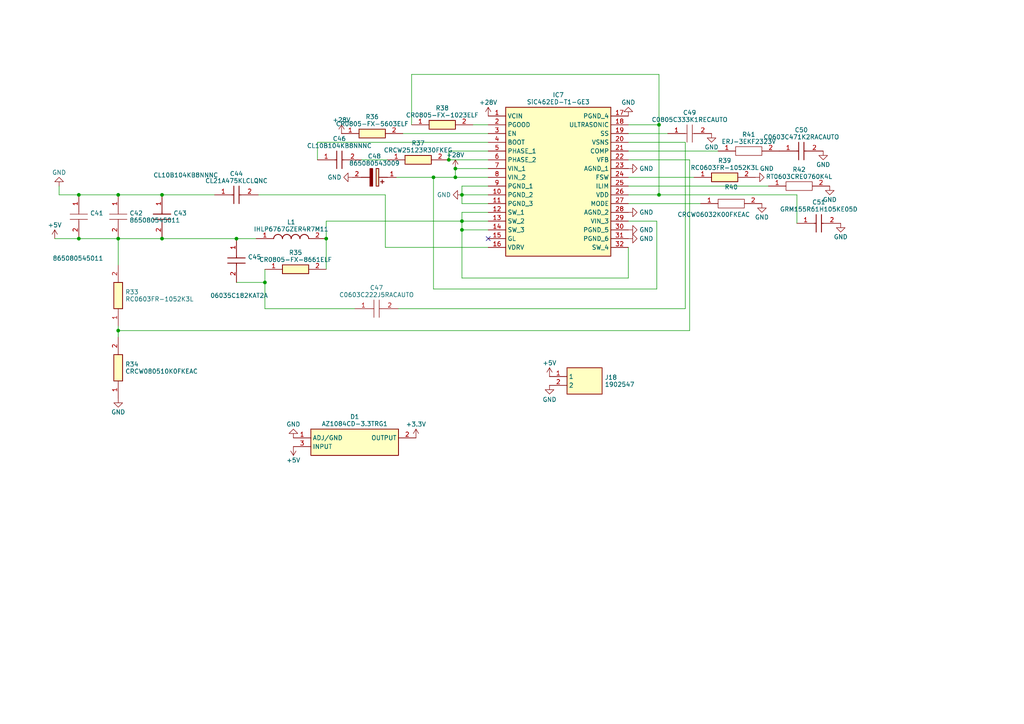
<source format=kicad_sch>
(kicad_sch (version 20230121) (generator eeschema)
  (paper "A4")
  (lib_symbols
    (symbol "06035C182KAT2A:06035C182KAT2A" (pin_names hide)
      (property "Reference" "C" (at 8.89 6.35 0))
      (property "Value" "06035C182KAT2A" (at 8.89 3.81 0))
      (symbol "06035C182KAT2A_1_1"
        (polyline (pts (xy 5.08 0) (xy 5.588 0)) (stroke (width 0.254)))
        (polyline (pts (xy 5.588 2.54) (xy 5.588 -2.54)) (stroke (width 0.254)))
        (polyline (pts (xy 7.112 0) (xy 7.62 0)) (stroke (width 0.254)))
        (polyline (pts (xy 7.112 2.54) (xy 7.112 -2.54)) (stroke (width 0.254)))
        (pin passive line (at 0 0 0) (length 5.08) (name "1") (number "1"))
        (pin passive line (at 12.7 0 180) (length 5.08) (name "2") (number "2"))
      )
    )
    (symbol "1902547:1902547"
      (property "Reference" "J" (at 16.51 7.62 0))
      (property "Value" "1902547" (at 16.51 5.08 0))
      (symbol "1902547_1_1"
        (rectangle (start 5.08 2.54) (end 15.24 -5.08) (stroke (width 0.254)) (fill (type background)))
        (pin passive line (at 0 0 0) (length 5.08) (name "1") (number "1"))
        (pin passive line (at 0 -2.54 0) (length 5.08) (name "2") (number "2"))
      )
    )
    (symbol "865080543009:865080543009" (pin_names hide)
      (property "Reference" "C" (at 8.89 6.35 0))
      (property "Value" "865080543009" (at 8.89 3.81 0))
      (symbol "865080543009_1_1"
        (polyline (pts (xy 2.54 0) (xy 5.08 0)) (stroke (width 0.254)))
        (polyline (pts (xy 4.064 1.778) (xy 4.064 0.762)) (stroke (width 0.254)))
        (polyline (pts (xy 4.572 1.27) (xy 3.556 1.27)) (stroke (width 0.254)))
        (polyline (pts (xy 7.62 0) (xy 10.16 0)) (stroke (width 0.254)))
        (polyline (pts (xy 7.62 2.54) (xy 7.62 -2.54) (xy 6.858 -2.54) (xy 6.858 2.54) (xy 7.62 2.54)) (stroke (width 0.254)) (fill (type outline)))
        (rectangle (start 5.08 2.54) (end 5.842 -2.54) (stroke (width 0.254)) (fill (type background)))
        (pin passive line (at 0 0 0) (length 2.54) (name "+") (number "1"))
        (pin passive line (at 12.7 0 180) (length 2.54) (name "-") (number "2"))
      )
    )
    (symbol "865080545011:865080545011" (pin_names (offset 0.762))
      (property "Reference" "C" (at 8.89 6.35 0))
      (property "Value" "865080545011" (at 8.89 3.81 0))
      (symbol "865080545011_0_0"
        (pin passive line (at 0 0 0) (length 5.08) (name "~") (number "1"))
        (pin passive line (at 12.7 0 180) (length 5.08) (name "~") (number "2"))
      )
      (symbol "865080545011_0_1"
        (polyline (pts (xy 5.08 0) (xy 5.588 0)) (stroke (width 0.1524)))
        (polyline (pts (xy 5.588 2.54) (xy 5.588 -2.54)) (stroke (width 0.1524)))
        (polyline (pts (xy 7.112 0) (xy 7.62 0)) (stroke (width 0.1524)))
        (polyline (pts (xy 7.112 2.54) (xy 7.112 -2.54)) (stroke (width 0.1524)))
      )
    )
    (symbol "AZ1084CD-3_3TRG1:AZ1084CD-3.3TRG1"
      (property "Reference" "D" (at 31.75 7.62 0))
      (property "Value" "AZ1084CD-3.3TRG1" (at 31.75 5.08 0))
      (symbol "AZ1084CD-3.3TRG1_1_1"
        (rectangle (start 5.08 2.54) (end 30.48 -5.08) (stroke (width 0.254)) (fill (type background)))
        (pin passive line (at 0 0 0) (length 5.08) (name "ADJ/GND") (number "1"))
        (pin passive line (at 35.56 0 180) (length 5.08) (name "OUTPUT") (number "2"))
        (pin passive line (at 0 -2.54 0) (length 5.08) (name "INPUT") (number "3"))
      )
    )
    (symbol "C0603C222J5RACAUTO:C0603C222J5RACAUTO" (pin_names (offset 0.762))
      (property "Reference" "C" (at 8.89 6.35 0))
      (property "Value" "C0603C222J5RACAUTO" (at 8.89 3.81 0))
      (symbol "C0603C222J5RACAUTO_0_0"
        (pin passive line (at 0 0 0) (length 5.08) (name "~") (number "1"))
        (pin passive line (at 12.7 0 180) (length 5.08) (name "~") (number "2"))
      )
      (symbol "C0603C222J5RACAUTO_0_1"
        (polyline (pts (xy 5.08 0) (xy 5.588 0)) (stroke (width 0.1524)))
        (polyline (pts (xy 5.588 2.54) (xy 5.588 -2.54)) (stroke (width 0.1524)))
        (polyline (pts (xy 7.112 0) (xy 7.62 0)) (stroke (width 0.1524)))
        (polyline (pts (xy 7.112 2.54) (xy 7.112 -2.54)) (stroke (width 0.1524)))
      )
    )
    (symbol "C0603C471K2RACAUTO:C0603C471K2RACAUTO" (pin_names hide)
      (property "Reference" "C" (at 8.89 6.35 0))
      (property "Value" "C0603C471K2RACAUTO" (at 8.89 3.81 0))
      (symbol "C0603C471K2RACAUTO_1_1"
        (polyline (pts (xy 5.08 0) (xy 5.588 0)) (stroke (width 0.254)))
        (polyline (pts (xy 5.588 2.54) (xy 5.588 -2.54)) (stroke (width 0.254)))
        (polyline (pts (xy 7.112 0) (xy 7.62 0)) (stroke (width 0.254)))
        (polyline (pts (xy 7.112 2.54) (xy 7.112 -2.54)) (stroke (width 0.254)))
        (pin passive line (at 0 0 0) (length 5.08) (name "1") (number "1"))
        (pin passive line (at 12.7 0 180) (length 5.08) (name "2") (number "2"))
      )
    )
    (symbol "C0805C333K1RECAUTO:C0805C333K1RECAUTO" (pin_names (offset 0.762))
      (property "Reference" "C" (at 8.89 6.35 0))
      (property "Value" "C0805C333K1RECAUTO" (at 8.89 3.81 0))
      (symbol "C0805C333K1RECAUTO_0_0"
        (pin passive line (at 0 0 0) (length 5.08) (name "~") (number "1"))
        (pin passive line (at 12.7 0 180) (length 5.08) (name "~") (number "2"))
      )
      (symbol "C0805C333K1RECAUTO_0_1"
        (polyline (pts (xy 5.08 0) (xy 5.588 0)) (stroke (width 0.1524)))
        (polyline (pts (xy 5.588 2.54) (xy 5.588 -2.54)) (stroke (width 0.1524)))
        (polyline (pts (xy 7.112 0) (xy 7.62 0)) (stroke (width 0.1524)))
        (polyline (pts (xy 7.112 2.54) (xy 7.112 -2.54)) (stroke (width 0.1524)))
      )
    )
    (symbol "CL10B104KB8NNNC:CL10B104KB8NNNC" (pin_names hide)
      (property "Reference" "C" (at 8.89 6.35 0))
      (property "Value" "CL10B104KB8NNNC" (at 8.89 3.81 0))
      (symbol "CL10B104KB8NNNC_1_1"
        (polyline (pts (xy 5.08 0) (xy 5.588 0)) (stroke (width 0.254)))
        (polyline (pts (xy 5.588 2.54) (xy 5.588 -2.54)) (stroke (width 0.254)))
        (polyline (pts (xy 7.112 0) (xy 7.62 0)) (stroke (width 0.254)))
        (polyline (pts (xy 7.112 2.54) (xy 7.112 -2.54)) (stroke (width 0.254)))
        (pin passive line (at 0 0 0) (length 5.08) (name "1") (number "1"))
        (pin passive line (at 12.7 0 180) (length 5.08) (name "2") (number "2"))
      )
    )
    (symbol "CL21A475KLCLQNC:CL21A475KLCLQNC" (pin_names hide)
      (property "Reference" "C" (at 8.89 6.35 0))
      (property "Value" "CL21A475KLCLQNC" (at 8.89 3.81 0))
      (symbol "CL21A475KLCLQNC_1_1"
        (polyline (pts (xy 5.08 0) (xy 5.588 0)) (stroke (width 0.254)))
        (polyline (pts (xy 5.588 2.54) (xy 5.588 -2.54)) (stroke (width 0.254)))
        (polyline (pts (xy 7.112 0) (xy 7.62 0)) (stroke (width 0.254)))
        (polyline (pts (xy 7.112 2.54) (xy 7.112 -2.54)) (stroke (width 0.254)))
        (pin passive line (at 0 0 0) (length 5.08) (name "1") (number "1"))
        (pin passive line (at 12.7 0 180) (length 5.08) (name "2") (number "2"))
      )
    )
    (symbol "CR0805-FX-1023ELF:CR0805-FX-1023ELF" (pin_names hide)
      (property "Reference" "R" (at 13.97 6.35 0))
      (property "Value" "CR0805-FX-1023ELF" (at 13.97 3.81 0))
      (symbol "CR0805-FX-1023ELF_1_1"
        (rectangle (start 5.08 1.27) (end 12.7 -1.27) (stroke (width 0.254)) (fill (type background)))
        (pin passive line (at 0 0 0) (length 5.08) (name "1") (number "1"))
        (pin passive line (at 17.78 0 180) (length 5.08) (name "2") (number "2"))
      )
    )
    (symbol "CR0805-FX-5603ELF:CR0805-FX-5603ELF" (pin_names hide)
      (property "Reference" "R" (at 13.97 6.35 0))
      (property "Value" "CR0805-FX-5603ELF" (at 13.97 3.81 0))
      (symbol "CR0805-FX-5603ELF_1_1"
        (rectangle (start 5.08 1.27) (end 12.7 -1.27) (stroke (width 0.254)) (fill (type background)))
        (pin passive line (at 0 0 0) (length 5.08) (name "1") (number "1"))
        (pin passive line (at 17.78 0 180) (length 5.08) (name "2") (number "2"))
      )
    )
    (symbol "CR0805-FX-8661ELF:CR0805-FX-8661ELF" (pin_names hide)
      (property "Reference" "R" (at 13.97 6.35 0))
      (property "Value" "CR0805-FX-8661ELF" (at 13.97 3.81 0))
      (symbol "CR0805-FX-8661ELF_1_1"
        (rectangle (start 5.08 1.27) (end 12.7 -1.27) (stroke (width 0.254)) (fill (type background)))
        (pin passive line (at 0 0 0) (length 5.08) (name "1") (number "1"))
        (pin passive line (at 17.78 0 180) (length 5.08) (name "2") (number "2"))
      )
    )
    (symbol "CRCW06032K00FKEAC:CRCW06032K00FKEAC" (pin_names (offset 0.762))
      (property "Reference" "R" (at 13.97 6.35 0))
      (property "Value" "CRCW06032K00FKEAC" (at 13.97 3.81 0))
      (symbol "CRCW06032K00FKEAC_0_0"
        (pin passive line (at 0 0 0) (length 5.08) (name "~") (number "1"))
        (pin passive line (at 17.78 0 180) (length 5.08) (name "~") (number "2"))
      )
      (symbol "CRCW06032K00FKEAC_0_1"
        (polyline (pts (xy 5.08 1.27) (xy 12.7 1.27) (xy 12.7 -1.27) (xy 5.08 -1.27) (xy 5.08 1.27)) (stroke (width 0.1524)))
      )
    )
    (symbol "CRCW080510K0FKEAC:CRCW080510K0FKEAC" (pin_names hide)
      (property "Reference" "R" (at 13.97 6.35 0))
      (property "Value" "CRCW080510K0FKEAC" (at 13.97 3.81 0))
      (symbol "CRCW080510K0FKEAC_1_1"
        (rectangle (start 5.08 1.27) (end 12.7 -1.27) (stroke (width 0.254)) (fill (type background)))
        (pin passive line (at 0 0 0) (length 5.08) (name "1") (number "1"))
        (pin passive line (at 17.78 0 180) (length 5.08) (name "2") (number "2"))
      )
    )
    (symbol "CRCW25123R30FKEG:CRCW25123R30FKEG" (pin_names hide)
      (property "Reference" "R" (at 13.97 6.35 0))
      (property "Value" "CRCW25123R30FKEG" (at 13.97 3.81 0))
      (symbol "CRCW25123R30FKEG_1_1"
        (rectangle (start 5.08 1.27) (end 12.7 -1.27) (stroke (width 0.254)) (fill (type background)))
        (pin passive line (at 0 0 0) (length 5.08) (name "1") (number "1"))
        (pin passive line (at 17.78 0 180) (length 5.08) (name "2") (number "2"))
      )
    )
    (symbol "ERJ-3EKF2323V:ERJ-3EKF2323V" (pin_names (offset 0.762))
      (property "Reference" "R" (at 13.97 6.35 0))
      (property "Value" "ERJ-3EKF2323V" (at 13.97 3.81 0))
      (symbol "ERJ-3EKF2323V_0_0"
        (pin passive line (at 0 0 0) (length 5.08) (name "~") (number "1"))
        (pin passive line (at 17.78 0 180) (length 5.08) (name "~") (number "2"))
      )
      (symbol "ERJ-3EKF2323V_0_1"
        (polyline (pts (xy 5.08 1.27) (xy 12.7 1.27) (xy 12.7 -1.27) (xy 5.08 -1.27) (xy 5.08 1.27)) (stroke (width 0.1524)))
      )
    )
    (symbol "GRM155R61H105KE05D:GRM155R61H105KE05D" (pin_names hide)
      (property "Reference" "C" (at 8.89 6.35 0))
      (property "Value" "GRM155R61H105KE05D" (at 8.89 3.81 0))
      (symbol "GRM155R61H105KE05D_1_1"
        (polyline (pts (xy 5.08 0) (xy 5.588 0)) (stroke (width 0.254)))
        (polyline (pts (xy 5.588 2.54) (xy 5.588 -2.54)) (stroke (width 0.254)))
        (polyline (pts (xy 7.112 0) (xy 7.62 0)) (stroke (width 0.254)))
        (polyline (pts (xy 7.112 2.54) (xy 7.112 -2.54)) (stroke (width 0.254)))
        (pin passive line (at 0 0 0) (length 5.08) (name "1") (number "1"))
        (pin passive line (at 12.7 0 180) (length 5.08) (name "2") (number "2"))
      )
    )
    (symbol "IHLP6767GZER4R7M11:IHLP6767GZER4R7M11" (pin_names hide)
      (property "Reference" "L" (at 16.51 6.35 0))
      (property "Value" "IHLP6767GZER4R7M11" (at 16.51 3.81 0))
      (symbol "IHLP6767GZER4R7M11_1_1"
        (arc (start 7.62 0) (mid 6.35 1.219) (end 5.08 0) (stroke (width 0.254)))
        (arc (start 10.16 0) (mid 8.89 1.219) (end 7.62 0) (stroke (width 0.254)))
        (arc (start 12.7 0) (mid 11.43 1.219) (end 10.16 0) (stroke (width 0.254)))
        (arc (start 15.24 0) (mid 13.97 1.219) (end 12.7 0) (stroke (width 0.254)))
        (pin passive line (at 0 0 0) (length 5.08) (name "1") (number "1"))
        (pin passive line (at 20.32 0 180) (length 5.08) (name "2") (number "2"))
      )
    )
    (symbol "RC0603FR-1052K3L:RC0603FR-1052K3L" (pin_names hide)
      (property "Reference" "R" (at 13.97 6.35 0))
      (property "Value" "RC0603FR-1052K3L" (at 13.97 3.81 0))
      (symbol "RC0603FR-1052K3L_1_1"
        (rectangle (start 5.08 1.27) (end 12.7 -1.27) (stroke (width 0.254)) (fill (type background)))
        (pin passive line (at 0 0 0) (length 5.08) (name "1") (number "1"))
        (pin passive line (at 17.78 0 180) (length 5.08) (name "2") (number "2"))
      )
    )
    (symbol "RT0603CRE0760K4L:RT0603CRE0760K4L" (pin_names (offset 0.762))
      (property "Reference" "R" (at 13.97 6.35 0))
      (property "Value" "RT0603CRE0760K4L" (at 13.97 3.81 0))
      (symbol "RT0603CRE0760K4L_0_0"
        (pin passive line (at 0 0 0) (length 5.08) (name "~") (number "1"))
        (pin passive line (at 17.78 0 180) (length 5.08) (name "~") (number "2"))
      )
      (symbol "RT0603CRE0760K4L_0_1"
        (polyline (pts (xy 5.08 1.27) (xy 12.7 1.27) (xy 12.7 -1.27) (xy 5.08 -1.27) (xy 5.08 1.27)) (stroke (width 0.1524)))
      )
    )
    (symbol "SiC462ED-T1-GE3:SiC462ED-T1-GE3"
      (property "Reference" "IC" (at 36.83 7.62 0))
      (property "Value" "SiC462ED-T1-GE3" (at 36.83 5.08 0))
      (symbol "SiC462ED-T1-GE3_1_1"
        (rectangle (start 5.08 2.54) (end 35.56 -40.64) (stroke (width 0.254)) (fill (type background)))
        (pin passive line (at 0 0 0) (length 5.08) (name "VCIN") (number "1"))
        (pin passive line (at 0 -22.86 0) (length 5.08) (name "PGND_2") (number "10"))
        (pin passive line (at 0 -25.4 0) (length 5.08) (name "PGND_3") (number "11"))
        (pin passive line (at 0 -27.94 0) (length 5.08) (name "SW_1") (number "12"))
        (pin passive line (at 0 -30.48 0) (length 5.08) (name "SW_2") (number "13"))
        (pin passive line (at 0 -33.02 0) (length 5.08) (name "SW_3") (number "14"))
        (pin passive line (at 0 -35.56 0) (length 5.08) (name "GL") (number "15"))
        (pin passive line (at 0 -38.1 0) (length 5.08) (name "VDRV") (number "16"))
        (pin passive line (at 40.64 0 180) (length 5.08) (name "PGND_4") (number "17"))
        (pin passive line (at 40.64 -2.54 180) (length 5.08) (name "ULTRASONIC") (number "18"))
        (pin passive line (at 40.64 -5.08 180) (length 5.08) (name "SS") (number "19"))
        (pin passive line (at 0 -2.54 0) (length 5.08) (name "PGOOD") (number "2"))
        (pin passive line (at 40.64 -7.62 180) (length 5.08) (name "VSNS") (number "20"))
        (pin passive line (at 40.64 -10.16 180) (length 5.08) (name "COMP") (number "21"))
        (pin passive line (at 40.64 -12.7 180) (length 5.08) (name "VFB") (number "22"))
        (pin passive line (at 40.64 -15.24 180) (length 5.08) (name "AGND_1") (number "23"))
        (pin passive line (at 40.64 -17.78 180) (length 5.08) (name "FSW") (number "24"))
        (pin passive line (at 40.64 -20.32 180) (length 5.08) (name "ILIM") (number "25"))
        (pin passive line (at 40.64 -22.86 180) (length 5.08) (name "VDD") (number "26"))
        (pin passive line (at 40.64 -25.4 180) (length 5.08) (name "MODE") (number "27"))
        (pin passive line (at 40.64 -27.94 180) (length 5.08) (name "AGND_2") (number "28"))
        (pin passive line (at 40.64 -30.48 180) (length 5.08) (name "VIN_3") (number "29"))
        (pin passive line (at 0 -5.08 0) (length 5.08) (name "EN") (number "3"))
        (pin passive line (at 40.64 -33.02 180) (length 5.08) (name "PGND_5") (number "30"))
        (pin passive line (at 40.64 -35.56 180) (length 5.08) (name "PGND_6") (number "31"))
        (pin passive line (at 40.64 -38.1 180) (length 5.08) (name "SW_4") (number "32"))
        (pin passive line (at 0 -7.62 0) (length 5.08) (name "BOOT") (number "4"))
        (pin passive line (at 0 -10.16 0) (length 5.08) (name "PHASE_1") (number "5"))
        (pin passive line (at 0 -12.7 0) (length 5.08) (name "PHASE_2") (number "6"))
        (pin passive line (at 0 -15.24 0) (length 5.08) (name "VIN_1") (number "7"))
        (pin passive line (at 0 -17.78 0) (length 5.08) (name "VIN_2") (number "8"))
        (pin passive line (at 0 -20.32 0) (length 5.08) (name "PGND_1") (number "9"))
      )
    )
    (symbol "power:+28V" (power) (pin_names (offset 0))
      (property "Value" "+28V" (at 0 3.81 0))
      (symbol "+28V_0_1"
        (polyline (pts (xy -0.762 1.27) (xy 0 2.54)))
        (polyline (pts (xy 0 0) (xy 0 2.54)))
        (polyline (pts (xy 0 2.54) (xy 0.762 1.27)))
      )
      (symbol "+28V_1_1"
        (pin power_in line (at 0 0 90) (length 0) hide (name "+28V") (number "1"))
      )
    )
    (symbol "power:+3.3V" (power) (pin_names (offset 0))
      (property "Value" "+3.3V" (at 0 3.556 0))
      (symbol "+3.3V_0_1"
        (polyline (pts (xy -0.762 1.27) (xy 0 2.54)))
        (polyline (pts (xy 0 0) (xy 0 2.54)))
        (polyline (pts (xy 0 2.54) (xy 0.762 1.27)))
      )
      (symbol "+3.3V_1_1"
        (pin power_in line (at 0 0 90) (length 0) hide (name "+3.3V") (number "1"))
      )
    )
    (symbol "power:+5V" (power) (pin_names (offset 0))
      (property "Value" "+5V" (at 0 3.556 0))
      (symbol "+5V_0_1"
        (polyline (pts (xy -0.762 1.27) (xy 0 2.54)))
        (polyline (pts (xy 0 0) (xy 0 2.54)))
        (polyline (pts (xy 0 2.54) (xy 0.762 1.27)))
      )
      (symbol "+5V_1_1"
        (pin power_in line (at 0 0 90) (length 0) hide (name "+5V") (number "1"))
      )
    )
    (symbol "power:GND" (power) (pin_names (offset 0))
      (property "Value" "GND" (at 0 -3.81 0))
      (symbol "GND_0_1"
        (polyline (pts (xy 0 0) (xy 0 -1.27) (xy 1.27 -1.27) (xy 0 -2.54) (xy -1.27 -1.27) (xy 0 -1.27)))
      )
      (symbol "GND_1_1"
        (pin power_in line (at 0 0 270) (length 0) hide (name "GND") (number "1"))
      )
    )
  )
  (junction (at 68.58 69.215))
  (junction (at 125.73 51.435))
  (junction (at 46.99 69.215))
  (junction (at 34.29 56.515))
  (junction (at 46.99 56.515))
  (junction (at 133.985 66.675))
  (junction (at 94.615 69.215))
  (junction (at 132.08 51.435))
  (junction (at 130.175 46.355))
  (junction (at 76.835 81.915))
  (junction (at 22.86 56.515))
  (junction (at 34.29 69.215))
  (junction (at 133.985 56.515))
  (junction (at 34.29 95.885))
  (junction (at 133.985 64.135))
  (junction (at 191.135 36.195))
  (junction (at 22.86 69.215))
  (junction (at 191.135 56.515))
  (junction (at 132.08 48.895))
  (no_connect (at 141.605 69.215))
  (wire (pts (xy 114.935 51.435) (xy 125.73 51.435)))
  (wire (pts (xy 141.605 71.755) (xy 111.76 71.755)))
  (wire (pts (xy 231.14 56.515) (xy 231.14 64.77)))
  (wire (pts (xy 191.135 56.515) (xy 182.245 56.515)))
  (wire (pts (xy 133.985 56.515) (xy 141.605 56.515)))
  (wire (pts (xy 92.075 46.355) (xy 92.075 41.275)))
  (wire (pts (xy 198.755 89.535) (xy 198.755 41.275)))
  (wire (pts (xy 46.99 56.515) (xy 62.23 56.515)))
  (wire (pts (xy 190.5 83.82) (xy 125.73 83.82)))
  (wire (pts (xy 102.87 89.535) (xy 76.835 89.535)))
  (wire (pts (xy 182.245 53.975) (xy 222.885 53.975)))
  (wire (pts (xy 94.615 69.215) (xy 94.615 78.105)))
  (wire (pts (xy 46.99 69.215) (xy 68.58 69.215)))
  (wire (pts (xy 130.175 46.355) (xy 141.605 46.355)))
  (wire (pts (xy 34.29 95.885) (xy 200.025 95.885)))
  (wire (pts (xy 104.775 46.355) (xy 112.395 46.355)))
  (wire (pts (xy 94.615 64.135) (xy 94.615 69.215)))
  (wire (pts (xy 22.86 69.215) (xy 34.29 69.215)))
  (wire (pts (xy 34.29 69.215) (xy 46.99 69.215)))
  (wire (pts (xy 191.135 21.59) (xy 191.135 36.195)))
  (wire (pts (xy 198.755 41.275) (xy 182.245 41.275)))
  (wire (pts (xy 141.605 43.815) (xy 130.175 43.815)))
  (wire (pts (xy 133.985 61.595) (xy 133.985 64.135)))
  (wire (pts (xy 15.875 69.215) (xy 22.86 69.215)))
  (wire (pts (xy 133.985 80.645) (xy 133.985 66.675)))
  (wire (pts (xy 182.245 43.815) (xy 208.28 43.815)))
  (wire (pts (xy 200.025 46.355) (xy 182.245 46.355)))
  (wire (pts (xy 182.245 59.055) (xy 203.2 59.055)))
  (wire (pts (xy 76.835 81.915) (xy 68.58 81.915)))
  (wire (pts (xy 92.075 41.275) (xy 141.605 41.275)))
  (wire (pts (xy 76.835 89.535) (xy 76.835 81.915)))
  (wire (pts (xy 141.605 53.975) (xy 133.985 53.975)))
  (wire (pts (xy 137.16 36.195) (xy 141.605 36.195)))
  (wire (pts (xy 182.245 71.755) (xy 182.245 80.645)))
  (wire (pts (xy 141.605 59.055) (xy 133.985 59.055)))
  (wire (pts (xy 22.86 56.515) (xy 34.29 56.515)))
  (wire (pts (xy 22.86 56.515) (xy 17.145 56.515)))
  (wire (pts (xy 133.985 64.135) (xy 94.615 64.135)))
  (wire (pts (xy 130.175 43.815) (xy 130.175 46.355)))
  (wire (pts (xy 132.08 48.895) (xy 132.08 51.435)))
  (wire (pts (xy 182.245 80.645) (xy 133.985 80.645)))
  (wire (pts (xy 133.985 53.975) (xy 133.985 56.515)))
  (wire (pts (xy 125.73 83.82) (xy 125.73 51.435)))
  (wire (pts (xy 191.135 36.195) (xy 191.135 56.515)))
  (wire (pts (xy 132.08 51.435) (xy 141.605 51.435)))
  (wire (pts (xy 133.985 66.675) (xy 133.985 64.135)))
  (wire (pts (xy 190.5 64.135) (xy 190.5 83.82)))
  (wire (pts (xy 133.985 64.135) (xy 141.605 64.135)))
  (wire (pts (xy 34.29 69.215) (xy 34.29 76.835)))
  (wire (pts (xy 34.29 95.885) (xy 34.29 97.79)))
  (wire (pts (xy 141.605 48.895) (xy 132.08 48.895)))
  (wire (pts (xy 191.135 56.515) (xy 231.14 56.515)))
  (wire (pts (xy 34.29 94.615) (xy 34.29 95.885)))
  (wire (pts (xy 182.245 51.435) (xy 201.295 51.435)))
  (wire (pts (xy 68.58 69.215) (xy 74.295 69.215)))
  (wire (pts (xy 200.025 95.885) (xy 200.025 46.355)))
  (wire (pts (xy 141.605 61.595) (xy 133.985 61.595)))
  (wire (pts (xy 76.835 78.105) (xy 76.835 81.915)))
  (wire (pts (xy 111.76 71.755) (xy 111.76 56.515)))
  (wire (pts (xy 133.985 56.515) (xy 133.985 59.055)))
  (wire (pts (xy 115.57 89.535) (xy 198.755 89.535)))
  (wire (pts (xy 17.145 53.975) (xy 17.145 56.515)))
  (wire (pts (xy 141.605 66.675) (xy 133.985 66.675)))
  (wire (pts (xy 119.38 36.195) (xy 119.38 21.59)))
  (wire (pts (xy 182.245 64.135) (xy 190.5 64.135)))
  (wire (pts (xy 125.73 51.435) (xy 132.08 51.435)))
  (wire (pts (xy 191.135 36.195) (xy 182.245 36.195)))
  (wire (pts (xy 119.38 21.59) (xy 191.135 21.59)))
  (wire (pts (xy 74.93 56.515) (xy 111.76 56.515)))
  (wire (pts (xy 182.245 38.735) (xy 193.675 38.735)))
  (wire (pts (xy 116.84 38.735) (xy 141.605 38.735)))
  (wire (pts (xy 34.29 56.515) (xy 46.99 56.515)))
  (symbol (lib_id "RC0603FR-1052K3L:RC0603FR-1052K3L") (at 201.295 51.435 0) (unit 1)
    (property "Reference" "R39" (at 210.185 46.585 0))
    (property "Value" "RC0603FR-1052K3L" (at 210.185 48.633 0))
    (property "Footprint" "SamacSysLibrary:RESC1608X55N" (effects hide))
    (property "Datasheet" "http://www.yageo.com/documents/recent/PYu-RC0603_51_RoHS_L_v5.pdf" (effects hide))
    (property "Height" "0.55" (effects hide))
    (property "Manufacturer_Name" "KEMET" (effects hide))
    (property "Manufacturer_Part_Number" "RC0603FR-1052K3L" (effects hide))
    (property "Mouser Part Number" "603-RC0603FR-1052K3L" (effects hide))
    (property "Mouser Price/Stock" "https://www.mouser.co.uk/ProductDetail/YAGEO/RC0603FR-1052K3L?qs=qpJ%252B%252B%252Bdg6p3QdEERQrLbrw%3D%3D" (effects hide))
  )
  (symbol (lib_id "CL10B104KB8NNNC:CL10B104KB8NNNC") (at 46.99 56.515 270) (unit 1)
    (property "Reference" "C43" (at 50.292 61.841 90) (effects (justify left)))
    (property "Value" "CL10B104KB8NNNC" (at 44.45 50.8 90) (effects (justify left)))
    (property "Footprint" "SamacSysLibrary:CAPC1608X90N" (effects hide))
    (property "Datasheet" "https://datasheet.datasheetarchive.com/originals/distributors/Datasheets-DGA10/2408969.pdf" (effects hide))
    (property "Height" "0.9" (effects hide))
    (property "Manufacturer_Name" "SAMSUNG" (effects hide))
    (property "Manufacturer_Part_Number" "CL10B104KB8NNNC" (effects hide))
    (property "Mouser Part Number" "187-CL10B104KB8NNNC" (effects hide))
    (property "Mouser Price/Stock" "https://www.mouser.co.uk/ProductDetail/Samsung-Electro-Mechanics/CL10B104KB8NNNC?qs=349EhDEZ59rvGc2rLwVOdA%3D%3D" (effects hide))
    (property "Arrow Part Number" "CL10B104KB8NNNC" (effects hide))
    (property "Arrow Price/Stock" "https://www.arrow.com/en/products/cl10b104kb8nnnc/samsung-electro-mechanics?region=nac" (effects hide))
  )
  (symbol (lib_id "power:GND") (at 220.98 59.055 0) (unit 1)
    (property "Reference" "#PWR0113" (effects hide))
    (property "Value" "GND" (at 220.98 63 0))
  )
  (symbol (lib_id "power:+5V") (at 15.875 69.215 0) (unit 1)
    (property "Reference" "#PWR093" (effects hide))
    (property "Value" "+5V" (at 15.875 65.27 0))
  )
  (symbol (lib_id "C0603C222J5RACAUTO:C0603C222J5RACAUTO") (at 102.87 89.535 0) (unit 1)
    (property "Reference" "C47" (at 109.22 83.4658 0))
    (property "Value" "C0603C222J5RACAUTO" (at 109.22 85.5138 0))
    (property "Footprint" "SamacSysLibrary:C0603" (effects hide))
    (property "Datasheet" "https://componentsearchengine.com/Datasheets/1/C0603C222J5RACAUTO.pdf" (effects hide))
    (property "Description" "KEMET - C0603C222J5RACAUTO - CAP, 2200PF, 50V, 5%, X7R, 0603" (effects hide))
    (property "Height" "0.87" (effects hide))
    (property "Mouser Part Number" "80-C0603C222J5RAUTO" (effects hide))
    (property "Mouser Price/Stock" "https://www.mouser.com/Search/Refine.aspx?Keyword=80-C0603C222J5RAUTO" (effects hide))
    (property "Manufacturer_Name" "Kemet" (effects hide))
    (property "Manufacturer_Part_Number" "C0603C222J5RACAUTO" (effects hide))
  )
  (symbol (lib_id "RT0603CRE0760K4L:RT0603CRE0760K4L") (at 222.885 53.975 0) (unit 1)
    (property "Reference" "R42" (at 231.775 49.1758 0))
    (property "Value" "RT0603CRE0760K4L" (at 231.775 51.2238 0))
    (property "Footprint" "SamacSysLibrary:RESC1608X55N" (effects hide))
    (property "Datasheet" "https://componentsearchengine.com/Datasheets/1/RT0603CRE0760K4L.pdf" (effects hide))
    (property "Description" "Thin Film Resistors - SMD 60.4K ohm .25% 50ppm High-Precision" (effects hide))
    (property "Height" "0.55" (effects hide))
    (property "Mouser Part Number" "603-RT0603CRE0760K4L" (effects hide))
    (property "Mouser Price/Stock" "https://www.mouser.com/Search/Refine.aspx?Keyword=603-RT0603CRE0760K4L" (effects hide))
    (property "Manufacturer_Name" "YAGEO (PHYCOMP)" (effects hide))
    (property "Manufacturer_Part_Number" "RT0603CRE0760K4L" (effects hide))
  )
  (symbol (lib_id "CRCW25123R30FKEG:CRCW25123R30FKEG") (at 112.395 46.355 0) (unit 1)
    (property "Reference" "R37" (at 121.285 41.505 0))
    (property "Value" "CRCW25123R30FKEG" (at 121.285 43.553 0))
    (property "Footprint" "SamacSysLibrary:RESC6332X70N" (effects hide))
    (property "Datasheet" "http://www.vishay.com/docs/20035/dcrcwe3.pdf" (effects hide))
    (property "Height" "0.7" (effects hide))
    (property "Manufacturer_Name" "Vishay" (effects hide))
    (property "Manufacturer_Part_Number" "CRCW25123R30FKEG" (effects hide))
    (property "Mouser Part Number" "71-CRCW25123R30FKEG" (effects hide))
    (property "Mouser Price/Stock" "https://www.mouser.co.uk/ProductDetail/Vishay-Dale/CRCW25123R30FKEG?qs=L2dssnqY%252BRj4FaPZjsTuow%3D%3D" (effects hide))
    (property "Arrow Part Number" "CRCW25123R30FKEG" (effects hide))
    (property "Arrow Price/Stock" "https://www.arrow.com/en/products/crcw25123r30fkeg/vishay" (effects hide))
  )
  (symbol (lib_id "power:GND") (at 240.665 53.975 0) (unit 1)
    (property "Reference" "#PWR0115" (effects hide))
    (property "Value" "GND" (at 240.665 57.92 0))
  )
  (symbol (lib_id "CRCW080510K0FKEAC:CRCW080510K0FKEAC") (at 34.29 115.57 90) (unit 1)
    (property "Reference" "R34" (at 36.322 105.656 90) (effects (justify right)))
    (property "Value" "CRCW080510K0FKEAC" (at 36.322 107.704 90) (effects (justify right)))
    (property "Footprint" "SamacSysLibrary:RESC2012X60N" (effects hide))
    (property "Datasheet" "https://mouser.componentsearchengine.com/Datasheets/1/CRCW080510K0FKEAC.pdf" (effects hide))
    (property "Height" "0.6" (effects hide))
    (property "Manufacturer_Name" "Vishay" (effects hide))
    (property "Manufacturer_Part_Number" "CRCW080510K0FKEAC" (effects hide))
    (property "Mouser Part Number" "71-CRCW080510K0FKEAC" (effects hide))
    (property "Mouser Price/Stock" "https://www.mouser.co.uk/ProductDetail/Vishay-Dale/CRCW080510K0FKEAC?qs=E3Y5ESvWgWORadmUijPtxQ%3D%3D" (effects hide))
    (property "Arrow Part Number" "CRCW080510K0FKEAC" (effects hide))
    (property "Arrow Price/Stock" "https://www.arrow.com/en/products/crcw080510k0fkeac/vishay?region=nac" (effects hide))
  )
  (symbol (lib_id "power:GND") (at 182.245 33.655 180) (unit 1)
    (property "Reference" "#PWR0106" (effects hide))
    (property "Value" "GND" (at 182.245 29.71 0))
  )
  (symbol (lib_id "CRCW06032K00FKEAC:CRCW06032K00FKEAC") (at 203.2 59.055 0) (unit 1)
    (property "Reference" "R40" (at 212.09 54.2558 0))
    (property "Value" "CRCW06032K00FKEAC" (at 207.01 62.23 0))
    (property "Footprint" "SamacSysLibrary:RESC1608X55N" (effects hide))
    (property "Datasheet" "https://componentsearchengine.com/Datasheets/1/CRCW06032K00FKEAC.pdf" (effects hide))
    (property "Description" "D11/CRCW0603-C 100 2K0 1% ET1" (effects hide))
    (property "Height" "0.55" (effects hide))
    (property "Mouser Part Number" "71-CRCW06032K00FKEAC" (effects hide))
    (property "Mouser Price/Stock" "https://www.mouser.com/Search/Refine.aspx?Keyword=71-CRCW06032K00FKEAC" (effects hide))
    (property "Manufacturer_Name" "Vishay" (effects hide))
    (property "Manufacturer_Part_Number" "CRCW06032K00FKEAC" (effects hide))
  )
  (symbol (lib_id "power:GND") (at 85.09 127 180) (unit 1)
    (property "Reference" "#PWR096" (effects hide))
    (property "Value" "GND" (at 85.09 123.055 0))
  )
  (symbol (lib_id "power:+28V") (at 132.08 48.895 0) (unit 1)
    (property "Reference" "#PWR0101" (effects hide))
    (property "Value" "+28V" (at 132.08 44.95 0))
  )
  (symbol (lib_id "CR0805-FX-5603ELF:CR0805-FX-5603ELF") (at 99.06 38.735 0) (unit 1)
    (property "Reference" "R36" (at 107.95 33.885 0))
    (property "Value" "CR0805-FX-5603ELF" (at 107.95 35.933 0))
    (property "Footprint" "SamacSysLibrary:RESC2012X60N" (effects hide))
    (property "Datasheet" "https://www.bourns.com/pdfs/chpreztr.pdf" (effects hide))
    (property "Height" "0.6" (effects hide))
    (property "Manufacturer_Name" "Bourns" (effects hide))
    (property "Manufacturer_Part_Number" "CR0805-FX-5603ELF" (effects hide))
    (property "Mouser Part Number" "652-CR0805FX-5603ELF" (effects hide))
    (property "Mouser Price/Stock" "https://www.mouser.co.uk/ProductDetail/Bourns/CR0805-FX-5603ELF?qs=LA9FZBosJlDODbWra7j3GQ%3D%3D" (effects hide))
    (property "Arrow Part Number" "CR0805-FX-5603ELF" (effects hide))
    (property "Arrow Price/Stock" "https://www.arrow.com/en/products/cr0805-fx-5603elf/bourns?region=nac" (effects hide))
  )
  (symbol (lib_id "power:+28V") (at 99.06 38.735 0) (unit 1)
    (property "Reference" "#PWR098" (effects hide))
    (property "Value" "+28V" (at 99.06 34.79 0))
  )
  (symbol (lib_id "IHLP6767GZER4R7M11:IHLP6767GZER4R7M11") (at 74.295 69.215 0) (unit 1)
    (property "Reference" "L1" (at 84.455 64.416 0))
    (property "Value" "IHLP6767GZER4R7M11" (at 84.455 66.464 0))
    (property "Footprint" "SamacSysLibrary:INDPM172172X700N" (effects hide))
    (property "Datasheet" "https://www.mouser.com/datasheet/2/427/lp67gz11-270733.pdf" (effects hide))
    (property "Height" "7" (effects hide))
    (property "Manufacturer_Name" "Vishay" (effects hide))
    (property "Manufacturer_Part_Number" "IHLP6767GZER4R7M11" (effects hide))
    (property "Mouser Part Number" "70-IHLP6767GZER4R7M1" (effects hide))
    (property "Mouser Price/Stock" "https://www.mouser.co.uk/ProductDetail/Vishay-Dale/IHLP6767GZER4R7M11?qs=XqCRimLFoQtNlFrJNvR1zA%3D%3D" (effects hide))
    (property "Arrow Part Number" "IHLP6767GZER4R7M11" (effects hide))
    (property "Arrow Price/Stock" "https://www.arrow.com/en/products/ihlp6767gzer4r7m11/vishay" (effects hide))
  )
  (symbol (lib_id "power:+3.3V") (at 120.65 127 0) (unit 1)
    (property "Reference" "#PWR0100" (effects hide))
    (property "Value" "+3.3V" (at 120.65 123.055 0))
  )
  (symbol (lib_id "RC0603FR-1052K3L:RC0603FR-1052K3L") (at 34.29 94.615 90) (unit 1)
    (property "Reference" "R33" (at 36.322 84.701 90) (effects (justify right)))
    (property "Value" "RC0603FR-1052K3L" (at 36.322 86.749 90) (effects (justify right)))
    (property "Footprint" "SamacSysLibrary:RESC1608X55N" (effects hide))
    (property "Datasheet" "http://www.yageo.com/documents/recent/PYu-RC0603_51_RoHS_L_v5.pdf" (effects hide))
    (property "Height" "0.55" (effects hide))
    (property "Manufacturer_Name" "KEMET" (effects hide))
    (property "Manufacturer_Part_Number" "RC0603FR-1052K3L" (effects hide))
    (property "Mouser Part Number" "603-RC0603FR-1052K3L" (effects hide))
    (property "Mouser Price/Stock" "https://www.mouser.co.uk/ProductDetail/YAGEO/RC0603FR-1052K3L?qs=qpJ%252B%252B%252Bdg6p3QdEERQrLbrw%3D%3D" (effects hide))
  )
  (symbol (lib_id "1902547:1902547") (at 159.385 109.22 0) (unit 1)
    (property "Reference" "J18" (at 175.387 109.466 0) (effects (justify left)))
    (property "Value" "1902547" (at 175.387 111.514 0) (effects (justify left)))
    (property "Footprint" "SamacSysLibrary:1902547" (effects hide))
    (property "Datasheet" "https://www.arrow.com/en/products/1902547/phoenix-contact" (effects hide))
    (property "Height" "21.7" (effects hide))
    (property "Manufacturer_Name" "Phoenix Contact" (effects hide))
    (property "Manufacturer_Part_Number" "1902547" (effects hide))
    (property "Mouser Part Number" "651-1902547" (effects hide))
    (property "Mouser Price/Stock" "https://www.mouser.co.uk/ProductDetail/Phoenix-Contact/1902547?qs=wd%252Bw3mUqFrmbAnEXicRpKg%3D%3D" (effects hide))
    (property "Arrow Part Number" "1902547" (effects hide))
    (property "Arrow Price/Stock" "https://www.arrow.com/en/products/1902547/phoenix-contact" (effects hide))
    (instances (project "GoodBotControlBoard" (path "" (reference "J18") (unit 1)) (path "" (reference "J30") (unit 1))))
  )
  (symbol (lib_id "GRM155R61H105KE05D:GRM155R61H105KE05D") (at 231.14 64.77 0) (unit 1)
    (property "Reference" "C51" (at 237.49 58.65 0))
    (property "Value" "GRM155R61H105KE05D" (at 237.49 60.698 0))
    (property "Footprint" "SamacSysLibrary:CAPC1005X55N" (effects hide))
    (property "Datasheet" "http://www.murata.com/~/media/webrenewal/support/library/catalog/products/capacitor/mlcc/c02e.pdf" (effects hide))
    (property "Height" "0.55" (effects hide))
    (property "Manufacturer_Name" "Murata Electronics" (effects hide))
    (property "Manufacturer_Part_Number" "GRM155R61H105KE05D" (effects hide))
    (property "Mouser Part Number" "81-GRM155R61H105KE5D" (effects hide))
    (property "Mouser Price/Stock" "https://www.mouser.co.uk/ProductDetail/Murata-Electronics/GRM155R61H105KE05D?qs=d0WKAl%252BL4KazJ%252BOnevMfYg%3D%3D" (effects hide))
    (property "Arrow Part Number" "GRM155R61H105KE05D" (effects hide))
    (property "Arrow Price/Stock" "https://www.arrow.com/en/products/grm155r61h105ke05d/murata-manufacturing?region=europe" (effects hide))
  )
  (symbol (lib_id "C0805C333K1RECAUTO:C0805C333K1RECAUTO") (at 193.675 38.735 0) (unit 1)
    (property "Reference" "C49" (at 200.025 32.6658 0))
    (property "Value" "C0805C333K1RECAUTO" (at 200.025 34.7138 0))
    (property "Footprint" "SamacSysLibrary:C0805" (effects hide))
    (property "Datasheet" "https://componentsearchengine.com/Datasheets/1/C0805C333K1RECAUTO.pdf" (effects hide))
    (property "Description" ".033UF 100V" (effects hide))
    (property "Height" "1.1" (effects hide))
    (property "Mouser Part Number" "80-C0805C333K1RECAUT" (effects hide))
    (property "Mouser Price/Stock" "https://www.mouser.com/Search/Refine.aspx?Keyword=80-C0805C333K1RECAUT" (effects hide))
    (property "Manufacturer_Name" "Kemet" (effects hide))
    (property "Manufacturer_Part_Number" "C0805C333K1RECAUTO" (effects hide))
  )
  (symbol (lib_id "power:+5V") (at 85.09 129.54 180) (unit 1)
    (property "Reference" "#PWR097" (effects hide))
    (property "Value" "+5V" (at 85.09 133.485 0))
  )
  (symbol (lib_id "power:+5V") (at 159.385 109.22 0) (unit 1)
    (property "Reference" "#PWR0104" (effects hide))
    (property "Value" "+5V" (at 159.385 105.275 0))
  )
  (symbol (lib_id "power:GND") (at 17.145 53.975 180) (unit 1)
    (property "Reference" "#PWR094" (effects hide))
    (property "Value" "GND" (at 17.145 50.03 0))
  )
  (symbol (lib_id "power:GND") (at 182.245 66.675 90) (unit 1)
    (property "Reference" "#PWR0109" (effects hide))
    (property "Value" "GND" (at 185.42 66.675 90) (effects (justify right)))
  )
  (symbol (lib_id "SiC462ED-T1-GE3:SiC462ED-T1-GE3") (at 141.605 33.655 0) (unit 1)
    (property "Reference" "IC7" (at 161.925 27.535 0))
    (property "Value" "SiC462ED-T1-GE3" (at 161.925 29.583 0))
    (property "Footprint" "SamacSysLibrary:SiC462EDT1GE3" (effects hide))
    (property "Datasheet" "https://www.vishay.com/docs/65124/sic46x.pdf" (effects hide))
    (property "Height" "0.8" (effects hide))
    (property "Manufacturer_Name" "Vishay" (effects hide))
    (property "Manufacturer_Part_Number" "SiC462ED-T1-GE3" (effects hide))
    (property "Mouser Part Number" "78-SIC462ED-T1-GE3" (effects hide))
    (property "Mouser Price/Stock" "https://www.mouser.co.uk/ProductDetail/Vishay-Semiconductors/SIC462ED-T1-GE3?qs=nL%2FMT%252B%2FGEq1v%2FgZ4gSH7tQ%3D%3D" (effects hide))
    (property "Arrow Part Number" "SIC462ED-T1-GE3" (effects hide))
    (property "Arrow Price/Stock" "https://www.arrow.com/en/products/sic462ed-t1-ge3/vishay?region=europe" (effects hide))
  )
  (symbol (lib_id "CL21A475KLCLQNC:CL21A475KLCLQNC") (at 62.23 56.515 0) (unit 1)
    (property "Reference" "C44" (at 68.58 50.395 0))
    (property "Value" "CL21A475KLCLQNC" (at 68.58 52.443 0))
    (property "Footprint" "SamacSysLibrary:CAPC2012X95N" (effects hide))
    (property "Datasheet" "https://datasheet.datasheetarchive.com/originals/dk/DKDS-19/374306.pdf" (effects hide))
    (property "Height" "0.95" (effects hide))
    (property "Manufacturer_Name" "SAMSUNG" (effects hide))
    (property "Manufacturer_Part_Number" "CL21A475KLCLQNC" (effects hide))
    (property "Mouser Part Number" "187-CL21A475KLCLQNC" (effects hide))
    (property "Mouser Price/Stock" "https://www.mouser.co.uk/ProductDetail/Samsung-Electro-Mechanics/CL21A475KLCLQNC?qs=xZ%2FP%252Ba9zWqblbGH9u%2F3CcQ%3D%3D" (effects hide))
    (property "Arrow Part Number" "CL21A475KLCLQNC" (effects hide))
    (property "Arrow Price/Stock" "https://www.arrow.com/en/products/cl21a475klclqnc/samsung-electro-mechanics" (effects hide))
  )
  (symbol (lib_id "power:GND") (at 182.245 69.215 90) (unit 1)
    (property "Reference" "#PWR0110" (effects hide))
    (property "Value" "GND" (at 185.42 69.215 90) (effects (justify right)))
  )
  (symbol (lib_id "power:GND") (at 133.985 56.515 270) (unit 1)
    (property "Reference" "#PWR0102" (effects hide))
    (property "Value" "GND" (at 130.8101 56.515 90) (effects (justify right)))
  )
  (symbol (lib_id "power:GND") (at 34.29 115.57 0) (unit 1)
    (property "Reference" "#PWR095" (effects hide))
    (property "Value" "GND" (at 34.29 119.515 0))
  )
  (symbol (lib_id "CR0805-FX-1023ELF:CR0805-FX-1023ELF") (at 119.38 36.195 0) (unit 1)
    (property "Reference" "R38" (at 128.27 31.345 0))
    (property "Value" "CR0805-FX-1023ELF" (at 128.27 33.393 0))
    (property "Footprint" "SamacSysLibrary:RESC2012X60N" (effects hide))
    (property "Datasheet" "https://www.bourns.com/pdfs/chpreztr.pdf" (effects hide))
    (property "Height" "0.6" (effects hide))
    (property "Manufacturer_Name" "Bourns" (effects hide))
    (property "Manufacturer_Part_Number" "CR0805-FX-1023ELF" (effects hide))
    (property "Mouser Part Number" "652-CR0805FX-1023ELF" (effects hide))
    (property "Mouser Price/Stock" "https://www.mouser.co.uk/ProductDetail/Bourns/CR0805-FX-1023ELF?qs=tknLyCMIRbOQjl%252BllNkA0w%3D%3D" (effects hide))
    (property "Arrow Part Number" "CR0805-FX-1023ELF" (effects hide))
    (property "Arrow Price/Stock" "https://www.arrow.com/en/products/cr0805-fx-1023elf/bourns?region=nac" (effects hide))
  )
  (symbol (lib_id "CR0805-FX-8661ELF:CR0805-FX-8661ELF") (at 76.835 78.105 0) (unit 1)
    (property "Reference" "R35" (at 85.725 73.255 0))
    (property "Value" "CR0805-FX-8661ELF" (at 85.725 75.303 0))
    (property "Footprint" "SamacSysLibrary:RESC2012X60N" (effects hide))
    (property "Datasheet" "https://www.bourns.com/pdfs/chpreztr.pdf" (effects hide))
    (property "Height" "0.6" (effects hide))
    (property "Manufacturer_Name" "Bourns" (effects hide))
    (property "Manufacturer_Part_Number" "CR0805-FX-8661ELF" (effects hide))
    (property "Mouser Part Number" "652-CR0805FX-8661ELF" (effects hide))
    (property "Mouser Price/Stock" "https://www.mouser.co.uk/ProductDetail/Bourns/CR0805-FX-8661ELF?qs=Ek4EPvi0xiDpf4tptZ9ufQ%3D%3D" (effects hide))
  )
  (symbol (lib_id "power:GND") (at 243.84 64.77 0) (unit 1)
    (property "Reference" "#PWR0116" (effects hide))
    (property "Value" "GND" (at 243.84 68.715 0))
  )
  (symbol (lib_id "power:GND") (at 182.245 61.595 90) (unit 1)
    (property "Reference" "#PWR0108" (effects hide))
    (property "Value" "GND" (at 185.42 61.595 90) (effects (justify right)))
  )
  (symbol (lib_id "CL10B104KB8NNNC:CL10B104KB8NNNC") (at 92.075 46.355 0) (unit 1)
    (property "Reference" "C46" (at 98.425 40.235 0))
    (property "Value" "CL10B104KB8NNNC" (at 98.425 42.283 0))
    (property "Footprint" "SamacSysLibrary:CAPC1608X90N" (effects hide))
    (property "Datasheet" "https://datasheet.datasheetarchive.com/originals/distributors/Datasheets-DGA10/2408969.pdf" (effects hide))
    (property "Height" "0.9" (effects hide))
    (property "Manufacturer_Name" "SAMSUNG" (effects hide))
    (property "Manufacturer_Part_Number" "CL10B104KB8NNNC" (effects hide))
    (property "Mouser Part Number" "187-CL10B104KB8NNNC" (effects hide))
    (property "Mouser Price/Stock" "https://www.mouser.co.uk/ProductDetail/Samsung-Electro-Mechanics/CL10B104KB8NNNC?qs=349EhDEZ59rvGc2rLwVOdA%3D%3D" (effects hide))
    (property "Arrow Part Number" "CL10B104KB8NNNC" (effects hide))
    (property "Arrow Price/Stock" "https://www.arrow.com/en/products/cl10b104kb8nnnc/samsung-electro-mechanics?region=nac" (effects hide))
  )
  (symbol (lib_id "C0603C471K2RACAUTO:C0603C471K2RACAUTO") (at 226.06 43.815 0) (unit 1)
    (property "Reference" "C50" (at 232.41 37.695 0))
    (property "Value" "C0603C471K2RACAUTO" (at 232.41 39.743 0))
    (property "Footprint" "SamacSysLibrary:C0603" (effects hide))
    (property "Datasheet" "https://content.kemet.com/datasheets/KEM_C1023_X7R_AUTO_SMD.pdf" (effects hide))
    (property "Height" "0.87" (effects hide))
    (property "Manufacturer_Name" "KEMET" (effects hide))
    (property "Manufacturer_Part_Number" "C0603C471K2RACAUTO" (effects hide))
    (property "Mouser Part Number" "80-C0603C471K2RAUTO" (effects hide))
    (property "Mouser Price/Stock" "https://www.mouser.co.uk/ProductDetail/KEMET/C0603C471K2RACAUTO?qs=uke%2FucjsF5F8xG8P95B9Vg%3D%3D" (effects hide))
  )
  (symbol (lib_id "power:GND") (at 182.245 48.895 90) (unit 1)
    (property "Reference" "#PWR0107" (effects hide))
    (property "Value" "GND" (at 185.42 48.895 90) (effects (justify right)))
  )
  (symbol (lib_id "865080545011:865080545011") (at 34.29 56.515 270) (unit 1)
    (property "Reference" "C42" (at 37.5412 61.841 90) (effects (justify left)))
    (property "Value" "865080545011" (at 37.5412 63.889 90) (effects (justify left)))
    (property "Footprint" "SamacSysLibrary:CAPAE660X770N" (effects hide))
    (property "Datasheet" "https://www.we-online.com/katalog/datasheet/865080545011.pdf" (effects hide))
    (property "Description" "Wurth Elektronik 68uF 35 V dc Aluminium Electrolytic Capacitor, WCAP-ASLI Series 2000h 6.3 (Dia.) x 7.55mm" (effects hide))
    (property "Height" "7.7" (effects hide))
    (property "Manufacturer_Name" "Wurth Elektronik" (effects hide))
    (property "Manufacturer_Part_Number" "865080545011" (effects hide))
    (property "Mouser Part Number" "710-865080545011" (effects hide))
    (property "Mouser Price/Stock" "https://www.mouser.co.uk/ProductDetail/Wurth-Elektronik/865080545011?qs=0KOYDY2FL2%252BUWN8HP4Q2UA%3D%3D" (effects hide))
  )
  (symbol (lib_id "power:GND") (at 102.235 51.435 270) (unit 1)
    (property "Reference" "#PWR099" (effects hide))
    (property "Value" "GND" (at 99.0601 51.435 90) (effects (justify right)))
  )
  (symbol (lib_id "power:GND") (at 206.375 38.735 0) (unit 1)
    (property "Reference" "#PWR0111" (effects hide))
    (property "Value" "GND" (at 206.375 42.68 0))
  )
  (symbol (lib_id "865080545011:865080545011") (at 22.86 56.515 270) (unit 1)
    (property "Reference" "C41" (at 26.1112 61.841 90) (effects (justify left)))
    (property "Value" "865080545011" (at 15.24 74.93 90) (effects (justify left)))
    (property "Footprint" "SamacSysLibrary:CAPAE660X770N" (effects hide))
    (property "Datasheet" "https://www.we-online.com/katalog/datasheet/865080545011.pdf" (effects hide))
    (property "Description" "Wurth Elektronik 68uF 35 V dc Aluminium Electrolytic Capacitor, WCAP-ASLI Series 2000h 6.3 (Dia.) x 7.55mm" (effects hide))
    (property "Height" "7.7" (effects hide))
    (property "Manufacturer_Name" "Wurth Elektronik" (effects hide))
    (property "Manufacturer_Part_Number" "865080545011" (effects hide))
    (property "Mouser Part Number" "710-865080545011" (effects hide))
    (property "Mouser Price/Stock" "https://www.mouser.co.uk/ProductDetail/Wurth-Elektronik/865080545011?qs=0KOYDY2FL2%252BUWN8HP4Q2UA%3D%3D" (effects hide))
  )
  (symbol (lib_id "06035C182KAT2A:06035C182KAT2A") (at 68.58 69.215 270) (unit 1)
    (property "Reference" "C45" (at 71.882 74.541 90) (effects (justify left)))
    (property "Value" "06035C182KAT2A" (at 60.96 85.725 90) (effects (justify left)))
    (property "Footprint" "SamacSysLibrary:CAPC1608X90N" (effects hide))
    (property "Datasheet" "https://componentsearchengine.com/Datasheets/1/06031A100FAT2A.pdf" (effects hide))
    (property "Height" "0.9" (effects hide))
    (property "Manufacturer_Name" "AVX" (effects hide))
    (property "Manufacturer_Part_Number" "06035C182KAT2A" (effects hide))
    (property "Mouser Part Number" "581-06035C182K" (effects hide))
    (property "Mouser Price/Stock" "https://www.mouser.com/Search/Refine.aspx?Keyword=581-06035C182K" (effects hide))
  )
  (symbol (lib_id "power:+28V") (at 141.605 33.655 0) (unit 1)
    (property "Reference" "#PWR0103" (effects hide))
    (property "Value" "+28V" (at 141.605 29.71 0))
  )
  (symbol (lib_id "power:GND") (at 159.385 111.76 0) (unit 1)
    (property "Reference" "#PWR0105" (effects hide))
    (property "Value" "GND" (at 159.385 115.8931 0))
  )
  (symbol (lib_id "power:GND") (at 238.76 43.815 0) (unit 1)
    (property "Reference" "#PWR0114" (effects hide))
    (property "Value" "GND" (at 238.76 47.76 0))
  )
  (symbol (lib_id "865080543009:865080543009") (at 114.935 51.435 180) (unit 1)
    (property "Reference" "C48" (at 108.585 45.315 0))
    (property "Value" "865080543009" (at 108.585 47.363 0))
    (property "Footprint" "SamacSysLibrary:CAPAE660X550N" (effects hide))
    (property "Datasheet" "https://katalog.we-online.de/pbs/datasheet/865080543009.pdf" (effects hide))
    (property "Height" "5.5" (effects hide))
    (property "Manufacturer_Name" "Wurth Elektronik" (effects hide))
    (property "Manufacturer_Part_Number" "865080543009" (effects hide))
    (property "Mouser Part Number" "710-865080543009" (effects hide))
    (property "Mouser Price/Stock" "https://www.mouser.co.uk/ProductDetail/Wurth-Elektronik/865080543009?qs=0KOYDY2FL2%2F%252BYmhMLtEhDQ%3D%3D" (effects hide))
  )
  (symbol (lib_id "ERJ-3EKF2323V:ERJ-3EKF2323V") (at 208.28 43.815 0) (unit 1)
    (property "Reference" "R41" (at 217.17 39.0158 0))
    (property "Value" "ERJ-3EKF2323V" (at 217.17 41.0638 0))
    (property "Footprint" "SamacSysLibrary:RESC1608X55N" (effects hide))
    (property "Datasheet" "https://componentsearchengine.com/Datasheets/1/ERJ-3EKF2323V.pdf" (effects hide))
    (property "Description" "Panasonic ERJ-3E ERJ-3EK" (effects hide))
    (property "Height" "0.55" (effects hide))
    (property "Mouser Part Number" "667-ERJ-3EKF2323V" (effects hide))
    (property "Mouser Price/Stock" "https://www.mouser.com/Search/Refine.aspx?Keyword=667-ERJ-3EKF2323V" (effects hide))
    (property "Manufacturer_Name" "Panasonic" (effects hide))
    (property "Manufacturer_Part_Number" "ERJ-3EKF2323V" (effects hide))
  )
  (symbol (lib_id "AZ1084CD-3_3TRG1:AZ1084CD-3.3TRG1") (at 85.09 127 0) (unit 1)
    (property "Reference" "D1" (at 102.87 120.88 0))
    (property "Value" "AZ1084CD-3.3TRG1" (at 102.87 122.928 0))
    (property "Footprint" "SamacSysLibrary:AZ1084CD33TRG1" (effects hide))
    (property "Datasheet" "https://www.diodes.com/assets/Datasheets/AZ1084C.pdf" (effects hide))
    (property "Height" "2.527" (effects hide))
    (property "Manufacturer_Name" "Diodes Inc." (effects hide))
    (property "Manufacturer_Part_Number" "AZ1084CD-3.3TRG1" (effects hide))
    (property "Mouser Part Number" "621-AZ1084CD-3.3TRG1" (effects hide))
    (property "Mouser Price/Stock" "https://www.mouser.co.uk/ProductDetail/Diodes-Incorporated/AZ1084CD-3.3TRG1?qs=FKu9oBikfSkIi2fxMEvJQA%3D%3D" (effects hide))
    (property "Arrow Part Number" "AZ1084CD-3.3TRG1" (effects hide))
    (property "Arrow Price/Stock" "https://www.arrow.com/en/products/az1084cd-3.3trg1/diodes-incorporated?region=nac" (effects hide))
  )
  (symbol (lib_id "power:GND") (at 219.075 51.435 90) (unit 1)
    (property "Reference" "#PWR0112" (effects hide))
    (property "Value" "GND" (at 220.345 48.895 90) (effects (justify right)))
  )
)
</source>
